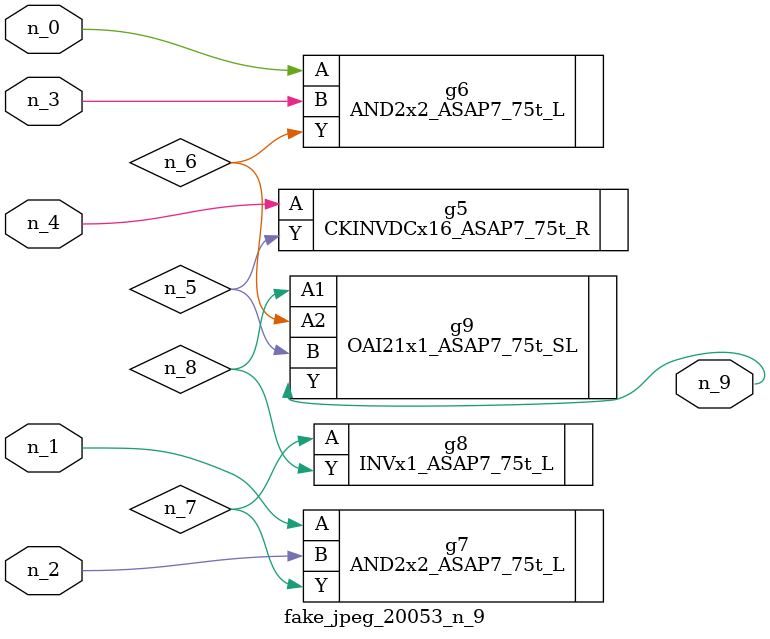
<source format=v>
module fake_jpeg_20053_n_9 (n_3, n_2, n_1, n_0, n_4, n_9);

input n_3;
input n_2;
input n_1;
input n_0;
input n_4;

output n_9;

wire n_8;
wire n_6;
wire n_5;
wire n_7;

CKINVDCx16_ASAP7_75t_R g5 ( 
.A(n_4),
.Y(n_5)
);

AND2x2_ASAP7_75t_L g6 ( 
.A(n_0),
.B(n_3),
.Y(n_6)
);

AND2x2_ASAP7_75t_L g7 ( 
.A(n_1),
.B(n_2),
.Y(n_7)
);

INVx1_ASAP7_75t_L g8 ( 
.A(n_7),
.Y(n_8)
);

OAI21x1_ASAP7_75t_SL g9 ( 
.A1(n_8),
.A2(n_6),
.B(n_5),
.Y(n_9)
);


endmodule
</source>
